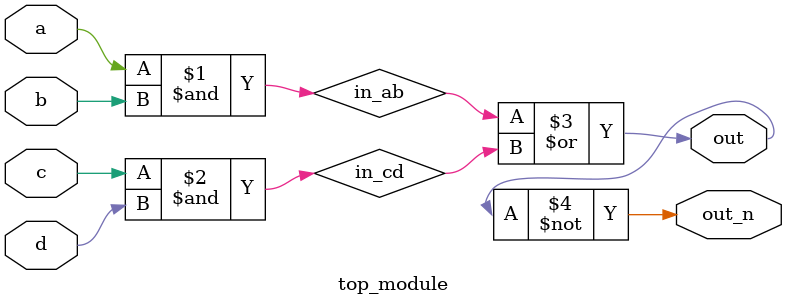
<source format=v>
module top_module (input a, b, c, d,
			 output out, out_n);
	wire in_ab, in_cd;
	assign in_ab = a&b;
	assign in_cd = c&d;
	assign out = in_ab | in_cd;
	assign out_n = ~out;
endmodule
</source>
